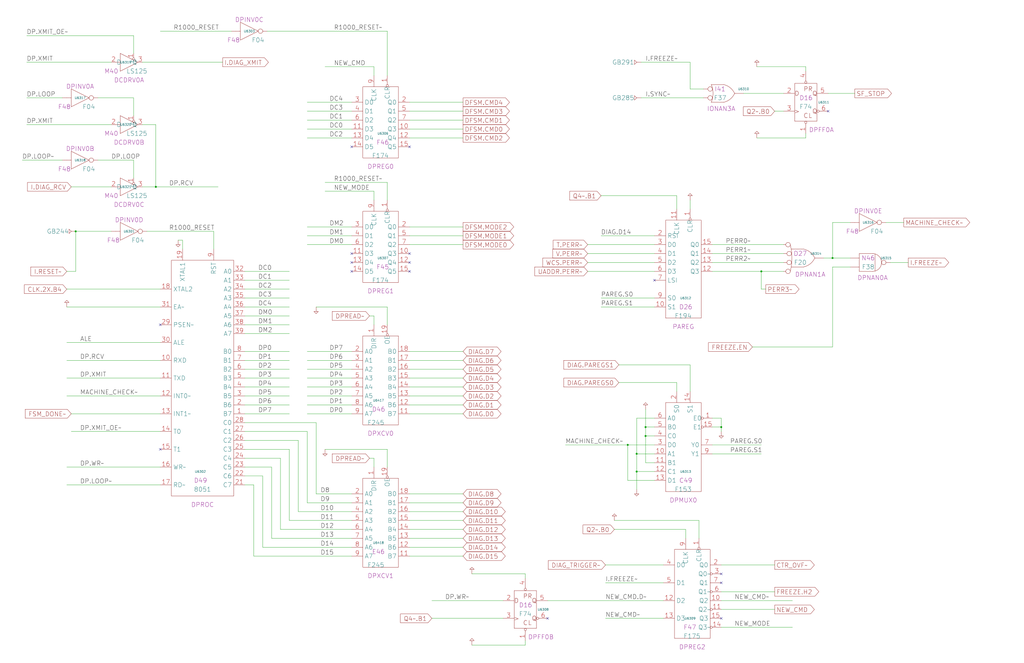
<source format=kicad_sch>
(kicad_sch (version 20230121) (generator eeschema)
  (paper "User" 584.2 378.46)
  (title_block (title "DIAGNOSTIC PROCESSOR\\n8052 INTERFACE") (date "22-SEP-90") (rev "2.0") (comment 1 "IOC") (comment 2 "232-003061") (comment 3 "S400") (comment 4 "RELEASED"))
  (lib_symbols
    (symbol "r1000:8051" (pin_names (offset 1.016))
      (property "Reference" "U" (at 2.54 5.08 0))
      (property "Value" "8051" (at -1.27 -5.08 0))
      (property "Location" "___" (at -1.27 0 0))
      (property "Name" "______" (at 3.81 -15.24 0))
      (symbol "8051_1_1"
        (pin bidirectional line (at 27.94 38.1 180) (length 6.35) (name "B7") (number "1"))
        (pin input line (at -20.32 68.58 0) (length 6.35) (name "RXD") (number "10"))
        (pin output line (at -20.32 58.42 0) (length 6.35) (name "TXD") (number "11"))
        (pin input line (at -20.32 48.26 0) (length 6.35) (name "INT0~") (number "12"))
        (pin input line (at -20.32 38.1 0) (length 6.35) (name "INT1~") (number "13"))
        (pin bidirectional line (at -20.32 27.94 0) (length 6.35) (name "T0") (number "14"))
        (pin input line (at -20.32 17.78 0) (length 6.35) (name "T1") (number "15"))
        (pin output line (at -20.32 7.62 0) (length 6.35) (name "WR~") (number "16"))
        (pin bidirectional line (at -20.32 -2.54 0) (length 6.35) (name "RD~") (number "17"))
        (pin input line (at -20.32 109.22 0) (length 6.35) (name "XTAL2") (number "18"))
        (pin input line (at -7.62 132.08 270) (length 6.35) (name "XTAL1") (number "19"))
        (pin bidirectional line (at 27.94 43.18 180) (length 6.35) (name "B6") (number "2"))
        (pin bidirectional line (at 27.94 -2.54 180) (length 6.35) (name "C7") (number "21"))
        (pin bidirectional line (at 27.94 2.54 180) (length 6.35) (name "C6") (number "22"))
        (pin bidirectional line (at 27.94 7.62 180) (length 6.35) (name "C5") (number "23"))
        (pin bidirectional line (at 27.94 12.7 180) (length 6.35) (name "C4") (number "24"))
        (pin bidirectional line (at 27.94 17.78 180) (length 6.35) (name "C3") (number "25"))
        (pin bidirectional line (at 27.94 22.86 180) (length 6.35) (name "C2") (number "26"))
        (pin bidirectional line (at 27.94 27.94 180) (length 6.35) (name "C1") (number "27"))
        (pin bidirectional line (at 27.94 33.02 180) (length 6.35) (name "C0") (number "28"))
        (pin output line (at -20.32 88.9 0) (length 6.35) (name "PSEN~") (number "29"))
        (pin bidirectional line (at 27.94 48.26 180) (length 6.35) (name "B5") (number "3"))
        (pin output line (at -20.32 78.74 0) (length 6.35) (name "ALE") (number "30"))
        (pin input line (at -20.32 99.06 0) (length 6.35) (name "EA~") (number "31"))
        (pin output line (at 27.94 119.38 180) (length 6.35) (name "A0") (number "32"))
        (pin output line (at 27.94 114.3 180) (length 6.35) (name "A1") (number "33"))
        (pin output line (at 27.94 109.22 180) (length 6.35) (name "A2") (number "34"))
        (pin output line (at 27.94 104.14 180) (length 6.35) (name "A3") (number "35"))
        (pin output line (at 27.94 99.06 180) (length 6.35) (name "A4") (number "36"))
        (pin output line (at 27.94 93.98 180) (length 6.35) (name "A5") (number "37"))
        (pin output line (at 27.94 88.9 180) (length 6.35) (name "A6") (number "38"))
        (pin output line (at 27.94 83.82 180) (length 6.35) (name "A7") (number "39"))
        (pin bidirectional line (at 27.94 53.34 180) (length 6.35) (name "B4") (number "4"))
        (pin bidirectional line (at 27.94 58.42 180) (length 6.35) (name "B3") (number "5"))
        (pin bidirectional line (at 27.94 63.5 180) (length 6.35) (name "B2") (number "6"))
        (pin bidirectional line (at 27.94 68.58 180) (length 6.35) (name "B1") (number "7"))
        (pin bidirectional line (at 27.94 73.66 180) (length 6.35) (name "B0") (number "8"))
        (pin input line (at 10.16 132.08 270) (length 6.35) (name "RST") (number "9"))
      )
    )
    (symbol "r1000:F04" (pin_numbers hide) (pin_names hide)
      (property "Reference" "U" (at 0 0 0))
      (property "Value" "F04" (at 1.27 -5.08 0))
      (property "Location" "___" (at -12.7 -5.08 0))
      (property "Name" "______" (at 0 5.08 0))
      (symbol "F04_1_1"
        (pin input line (at -10.16 0 0) (length 2.54) (name "D0") (number "1"))
        (pin output line (at 10.16 0 180) (length 2.54) (name "Q") (number "2"))
      )
    )
    (symbol "r1000:F153" (pin_names (offset 1.016))
      (property "Reference" "U" (at 2.54 5.08 0))
      (property "Value" "F153" (at -3.81 -5.08 0))
      (property "Location" "___" (at -1.27 0 0))
      (property "Name" "______" (at 1.27 -12.7 0))
      (symbol "F153_1_1"
        (pin input line (at 17.78 35.56 180) (length 5.08) (name "E0") (number "1"))
        (pin input line (at -15.24 15.24 0) (length 6.35) (name "A1") (number "10"))
        (pin input line (at -15.24 10.16 0) (length 6.35) (name "B1") (number "11"))
        (pin input line (at -15.24 5.08 0) (length 6.35) (name "C1") (number "12"))
        (pin input line (at -15.24 0 0) (length 6.35) (name "D1") (number "13"))
        (pin input line (at 5.08 50.8 270) (length 6.35) (name "S1") (number "14"))
        (pin input line (at 17.78 30.48 180) (length 5.08) (name "E1") (number "15"))
        (pin input line (at -2.54 50.8 270) (length 6.35) (name "S0") (number "2"))
        (pin input line (at -15.24 20.32 0) (length 6.35) (name "D0") (number "3"))
        (pin input line (at -15.24 25.4 0) (length 6.35) (name "C0") (number "4"))
        (pin input line (at -15.24 30.48 0) (length 6.35) (name "B0") (number "5"))
        (pin input line (at -15.24 35.56 0) (length 6.35) (name "A0") (number "6"))
        (pin output line (at 17.78 20.32 180) (length 6.35) (name "Y0") (number "7"))
        (pin output line (at 17.78 15.24 180) (length 6.35) (name "Y1") (number "9"))
      )
    )
    (symbol "r1000:F174" (pin_names (offset 1.016))
      (property "Reference" "U" (at 2.54 5.08 0))
      (property "Value" "F174" (at -3.81 -7.62 0))
      (property "Location" "___" (at -1.27 0 0))
      (property "Name" "______" (at 1.27 -15.24 0))
      (symbol "F174_1_1"
        (pin input line (at 5.08 38.1 270) (length 5.08) (name "CLR") (number "1"))
        (pin output line (at 17.78 7.62 180) (length 6.35) (name "Q3") (number "10"))
        (pin input line (at -15.24 7.62 0) (length 6.35) (name "D3") (number "11"))
        (pin output line (at 17.78 2.54 180) (length 6.35) (name "Q4") (number "12"))
        (pin input line (at -15.24 2.54 0) (length 6.35) (name "D4") (number "13"))
        (pin input line (at -15.24 -2.54 0) (length 6.35) (name "D5") (number "14"))
        (pin output line (at 17.78 -2.54 180) (length 6.35) (name "Q5") (number "15"))
        (pin output line (at 17.78 22.86 180) (length 6.35) (name "Q0") (number "2"))
        (pin input line (at -15.24 22.86 0) (length 6.35) (name "D0") (number "3"))
        (pin input line (at -15.24 17.78 0) (length 6.35) (name "D1") (number "4"))
        (pin output line (at 17.78 17.78 180) (length 6.35) (name "Q1") (number "5"))
        (pin input line (at -15.24 12.7 0) (length 6.35) (name "D2") (number "6"))
        (pin output line (at 17.78 12.7 180) (length 6.35) (name "Q2") (number "7"))
        (pin input line (at -2.54 38.1 270) (length 6.35) (name "CLK") (number "9"))
      )
    )
    (symbol "r1000:F175" (pin_names (offset 1.016))
      (property "Reference" "U" (at 2.54 5.08 0))
      (property "Value" "F175" (at -1.27 -5.08 0))
      (property "Location" "___" (at -1.27 0 0))
      (property "Name" "______" (at 3.81 -12.7 0))
      (symbol "F175_1_1"
        (pin input line (at 7.62 50.8 270) (length 5.08) (name "CLR") (number "1"))
        (pin output line (at 20.32 15.24 180) (length 6.35) (name "Q2") (number "10"))
        (pin output line (at 20.32 10.16 180) (length 5.08) (name "Q2~") (number "11"))
        (pin input line (at -12.7 15.24 0) (length 6.35) (name "D2") (number "12"))
        (pin input line (at -12.7 5.08 0) (length 6.35) (name "D3") (number "13"))
        (pin output line (at 20.32 0 180) (length 5.08) (name "Q3~") (number "14"))
        (pin output line (at 20.32 5.08 180) (length 6.35) (name "Q3") (number "15"))
        (pin output line (at 20.32 35.56 180) (length 6.35) (name "Q0") (number "2"))
        (pin output line (at 20.32 30.48 180) (length 5.08) (name "Q0~") (number "3"))
        (pin input line (at -12.7 35.56 0) (length 6.35) (name "D0") (number "4"))
        (pin input line (at -12.7 25.4 0) (length 6.35) (name "D1") (number "5"))
        (pin output line (at 20.32 20.32 180) (length 5.08) (name "Q1~") (number "6"))
        (pin output line (at 20.32 25.4 180) (length 6.35) (name "Q1") (number "7"))
        (pin input line (at 0 50.8 270) (length 6.35) (name "CLK") (number "9"))
      )
    )
    (symbol "r1000:F194" (pin_names (offset 1.016))
      (property "Reference" "U" (at 2.54 5.08 0))
      (property "Value" "F194" (at -3.81 -5.08 0))
      (property "Location" "___" (at -1.27 0 0))
      (property "Name" "______" (at 1.27 -12.7 0))
      (symbol "F194_1_1"
        (pin input line (at 5.08 55.88 270) (length 5.08) (name "CLR") (number "1"))
        (pin input line (at -15.24 0 0) (length 6.35) (name "S1") (number "10"))
        (pin input line (at -2.54 55.88 270) (length 6.35) (name "CLK") (number "11"))
        (pin output line (at 17.78 20.32 180) (length 6.35) (name "Q3") (number "12"))
        (pin output line (at 17.78 25.4 180) (length 6.35) (name "Q2") (number "13"))
        (pin output line (at 17.78 30.48 180) (length 6.35) (name "Q1") (number "14"))
        (pin output line (at 17.78 35.56 180) (length 6.35) (name "Q0") (number "15"))
        (pin input line (at -15.24 40.64 0) (length 6.35) (name "RSI") (number "2"))
        (pin input line (at -15.24 35.56 0) (length 6.35) (name "D0") (number "3"))
        (pin input line (at -15.24 30.48 0) (length 6.35) (name "D1") (number "4"))
        (pin input line (at -15.24 25.4 0) (length 6.35) (name "D2") (number "5"))
        (pin input line (at -15.24 20.32 0) (length 6.35) (name "D3") (number "6"))
        (pin input line (at -15.24 15.24 0) (length 6.35) (name "LSI") (number "7"))
        (pin input line (at -15.24 5.08 0) (length 6.35) (name "S0") (number "9"))
      )
    )
    (symbol "r1000:F20" (pin_numbers hide) (pin_names hide)
      (property "Reference" "U" (at 8.255 2.54 0))
      (property "Value" "F20" (at -0.635 -2.54 0))
      (property "Location" "___" (at -0.635 2.54 0))
      (property "Name" "______" (at 5.08 -10.795 0))
      (symbol "F20_1_1"
        (pin input line (at -10.16 7.62 0) (length 5.08) (name "D0") (number "1"))
        (pin input line (at -10.16 2.54 0) (length 5.08) (name "D1") (number "2"))
        (pin input line (at -10.16 -2.54 0) (length 5.08) (name "D2") (number "4"))
        (pin input line (at -10.16 -7.62 0) (length 5.08) (name "D3") (number "5"))
        (pin output line (at 12.7 0 180) (length 2.54) (name "Q") (number "6"))
      )
      (symbol "F20_1_2"
        (pin input line (at -10.16 7.62 0) (length 1.27) (name "D0") (number "1"))
        (pin input line (at -10.16 2.54 0) (length 1.905) (name "D1") (number "2"))
        (pin input line (at -10.16 -2.54 0) (length 1.905) (name "D2") (number "4"))
        (pin input line (at -10.16 -7.62 0) (length 1.27) (name "D3") (number "5"))
        (pin output line (at 12.7 0 180) (length 5.08) (name "Q") (number "6"))
      )
    )
    (symbol "r1000:F245" (pin_names (offset 1.016))
      (property "Reference" "U" (at 2.54 5.08 0))
      (property "Value" "F245" (at -3.81 -7.62 0))
      (property "Location" "___" (at -1.27 0 0))
      (property "Name" "______" (at 3.81 -15.24 0))
      (symbol "F245_1_1"
        (pin input line (at 0 48.26 270) (length 6.35) (name "DIR") (number "1"))
        (pin bidirectional line (at 20.32 -2.54 180) (length 6.35) (name "B7") (number "11"))
        (pin bidirectional line (at 20.32 2.54 180) (length 6.35) (name "B6") (number "12"))
        (pin bidirectional line (at 20.32 7.62 180) (length 6.35) (name "B5") (number "13"))
        (pin bidirectional line (at 20.32 12.7 180) (length 6.35) (name "B4") (number "14"))
        (pin bidirectional line (at 20.32 17.78 180) (length 6.35) (name "B3") (number "15"))
        (pin bidirectional line (at 20.32 22.86 180) (length 6.35) (name "B2") (number "16"))
        (pin bidirectional line (at 20.32 27.94 180) (length 6.35) (name "B1") (number "17"))
        (pin bidirectional line (at 20.32 33.02 180) (length 6.35) (name "B0") (number "18"))
        (pin input line (at 7.62 48.26 270) (length 5.08) (name "OE") (number "19"))
        (pin bidirectional line (at -12.7 33.02 0) (length 6.35) (name "A0") (number "2"))
        (pin bidirectional line (at -12.7 27.94 0) (length 6.35) (name "A1") (number "3"))
        (pin bidirectional line (at -12.7 22.86 0) (length 6.35) (name "A2") (number "4"))
        (pin bidirectional line (at -12.7 17.78 0) (length 6.35) (name "A3") (number "5"))
        (pin bidirectional line (at -12.7 12.7 0) (length 6.35) (name "A4") (number "6"))
        (pin bidirectional line (at -12.7 7.62 0) (length 6.35) (name "A5") (number "7"))
        (pin bidirectional line (at -12.7 2.54 0) (length 6.35) (name "A6") (number "8"))
        (pin bidirectional line (at -12.7 -2.54 0) (length 6.35) (name "A7") (number "9"))
      )
    )
    (symbol "r1000:F37" (pin_numbers hide) (pin_names (offset 0) hide)
      (property "Reference" "U" (at 15.24 0 0))
      (property "Value" "F37" (at 1.905 -5.08 0))
      (property "Location" "___" (at 1.905 0 0))
      (property "Name" "______" (at 2.54 -12.7 0))
      (symbol "F37_1_1"
        (pin input line (at -7.62 0 0) (length 5.08) (name "D0") (number "1"))
        (pin input line (at -7.62 -5.08 0) (length 5.08) (name "D1") (number "2"))
        (pin output line (at 15.24 -2.54 180) (length 2.54) (name "Q") (number "3"))
      )
      (symbol "F37_1_2"
        (pin input line (at -7.62 0 0) (length 2.54) (name "D0") (number "1"))
        (pin input line (at -7.62 -5.08 0) (length 2.54) (name "D1") (number "2"))
        (pin output line (at 15.24 -2.54 180) (length 5.08) (name "Q") (number "3"))
      )
    )
    (symbol "r1000:F38" (pin_numbers hide) (pin_names hide)
      (property "Reference" "U" (at 12.7 2.54 0))
      (property "Value" "F38" (at 2.54 -2.54 0))
      (property "Location" "___" (at 2.54 2.54 0))
      (property "Name" "______" (at 5.08 -10.16 0))
      (symbol "F38_1_1"
        (pin input line (at -7.62 2.54 0) (length 5.08) (name "D0") (number "1"))
        (pin input line (at -7.62 -2.54 0) (length 5.08) (name "D1") (number "2"))
        (pin open_collector line (at 15.24 0 180) (length 2.54) (name "Q") (number "3"))
      )
      (symbol "F38_1_2"
        (pin input line (at -7.62 2.54 0) (length 2.54) (name "D0") (number "1"))
        (pin input line (at -7.62 -2.54 0) (length 2.54) (name "D1") (number "2"))
        (pin open_collector line (at 15.24 0 180) (length 5.08) (name "Q") (number "3"))
      )
    )
    (symbol "r1000:F74" (pin_names (offset 1.016) hide)
      (property "Reference" "U" (at 12.7 -2.54 0))
      (property "Value" "F74" (at -1.27 -5.08 0))
      (property "Location" "___" (at -1.27 0 0))
      (property "Name" "______" (at 11.43 -19.685 0))
      (symbol "F74_1_1"
        (text ">" (at -2.54 -7.62 0) (effects (font (size 2.54 2.54))))
        (text "C" (at 2.54 -10.16 0) (effects (font (size 2.54 2.54))))
        (text "D" (at -2.54 2.54 0) (effects (font (size 2.54 2.54))))
        (text "L" (at 5.08 -10.16 0) (effects (font (size 2.54 2.54))))
        (text "P" (at 2.54 5.08 0) (effects (font (size 2.54 2.54))))
        (text "Q" (at 7.62 -7.62 0) (effects (font (size 2.54 2.54))))
        (text "Q" (at 7.62 2.54 0) (effects (font (size 2.54 2.54))))
        (text "R" (at 5.08 5.08 0) (effects (font (size 2.54 2.54))))
        (pin input line (at 2.54 -20.32 90) (length 5.08) (name "CL_") (number "1"))
        (pin input line (at -10.16 2.54 0) (length 6.35) (name "D") (number "2"))
        (pin input line (at -10.16 -7.62 0) (length 6.35) (name "CLK") (number "3"))
        (pin input line (at 2.54 15.24 270) (length 5.08) (name "PR_") (number "4"))
        (pin output line (at 15.24 2.54 180) (length 6.35) (name "Q") (number "5"))
        (pin output line (at 15.24 -7.62 180) (length 5.08) (name "Q_") (number "6"))
      )
    )
    (symbol "r1000:GB" (pin_numbers hide) (pin_names (offset 0) hide)
      (property "Reference" "GB" (at 3.81 0 0))
      (symbol "GB_1_1"
        (pin bidirectional line (at 0 0 0) (length 2.54) (name "") (number "1"))
      )
    )
    (symbol "r1000:LS125"
      (property "Reference" "U" (at 0.635 0 0))
      (property "Value" "LS125" (at 6.985 -5.08 0))
      (property "Location" "___" (at -7.62 -5.08 0))
      (property "Name" "______" (at 2.54 -10.16 0))
      (symbol "LS125_1_1"
        (pin input line (at 5.08 5.08 270) (length 2.54) (name "E") (number "1"))
        (pin input line (at -7.62 0 0) (length 2.54) (name "D") (number "2"))
        (pin tri_state line (at 10.16 0 180) (length 2.54) (name "Q") (number "3"))
      )
    )
    (symbol "r1000:PD" (power) (pin_numbers hide) (pin_names hide) (in_bom no)
      (symbol "PD_1_1"
        (pin power_in line (at 0 0 270) (length 2.54) (name "PD") (number "1"))
      )
    )
    (symbol "r1000:PU" (power) (pin_numbers hide) (pin_names hide)
      (symbol "PU_1_1"
        (pin power_in line (at 0 0 90) (length 2.54) (name "PU") (number "1"))
      )
    )
  )
  (junction (at 474.98 147.32))
  (junction (at 434.34 154.94))
  (junction (at 363.22 269.24))
  (junction (at 411.48 243.84))
  (junction (at 368.3 243.84))
  (junction (at 363.22 259.08))
  (junction (at 88.9 106.68))
  (junction (at 43.18 132.08))
  (junction (at 368.3 248.92))
  (junction (at 358.14 254))
  (no_connect (at 233.68 149.86))
  (no_connect (at 233.68 83.82))
  (no_connect (at 200.66 149.86))
  (no_connect (at 200.66 144.78))
  (no_connect (at 200.66 154.94))
  (no_connect (at 91.44 185.42))
  (no_connect (at 411.48 332.74))
  (no_connect (at 312.42 353.06))
  (no_connect (at 411.48 327.66))
  (no_connect (at 472.44 63.5))
  (no_connect (at 411.48 353.06))
  (no_connect (at 233.68 144.78))
  (no_connect (at 200.66 83.82))
  (no_connect (at 233.68 154.94))
  (no_connect (at 91.44 256.54))
  (no_connect (at 373.38 160.02))
  (wire (pts (xy 233.68 287.02) (xy 264.16 287.02)))
  (wire (pts (xy 431.8 38.1) (xy 459.74 38.1)))
  (wire (pts (xy 152.4 17.78) (xy 220.98 17.78)))
  (wire (pts (xy 15.24 55.88) (xy 35.56 55.88)))
  (wire (pts (xy 368.3 243.84) (xy 368.3 233.68)))
  (wire (pts (xy 185.42 104.14) (xy 220.98 104.14)))
  (wire (pts (xy 213.36 261.62) (xy 213.36 266.7)))
  (wire (pts (xy 139.7 200.66) (xy 165.1 200.66)))
  (wire (pts (xy 233.68 231.14) (xy 264.16 231.14)))
  (wire (pts (xy 459.74 38.1) (xy 459.74 40.64)))
  (wire (pts (xy 342.9 175.26) (xy 373.38 175.26)))
  (wire (pts (xy 233.68 63.5) (xy 264.16 63.5)))
  (wire (pts (xy 149.86 271.78) (xy 149.86 312.42)))
  (wire (pts (xy 406.4 243.84) (xy 411.48 243.84)))
  (wire (pts (xy 76.2 20.32) (xy 76.2 30.48)))
  (wire (pts (xy 411.48 243.84) (xy 411.48 238.76)))
  (wire (pts (xy 165.1 256.54) (xy 165.1 297.18)))
  (wire (pts (xy 139.7 170.18) (xy 165.1 170.18)))
  (wire (pts (xy 335.28 154.94) (xy 373.38 154.94)))
  (wire (pts (xy 180.34 175.26) (xy 220.98 175.26)))
  (wire (pts (xy 91.44 17.78) (xy 132.08 17.78)))
  (wire (pts (xy 233.68 129.54) (xy 264.16 129.54)))
  (wire (pts (xy 175.26 200.66) (xy 200.66 200.66)))
  (wire (pts (xy 38.1 266.7) (xy 91.44 266.7)))
  (wire (pts (xy 139.7 190.5) (xy 165.1 190.5)))
  (wire (pts (xy 101.6 137.16) (xy 104.14 137.16)))
  (wire (pts (xy 175.26 129.54) (xy 200.66 129.54)))
  (wire (pts (xy 175.26 78.74) (xy 200.66 78.74)))
  (wire (pts (xy 175.26 58.42) (xy 200.66 58.42)))
  (wire (pts (xy 38.1 276.86) (xy 91.44 276.86)))
  (wire (pts (xy 345.44 332.74) (xy 378.46 332.74)))
  (wire (pts (xy 139.7 154.94) (xy 165.1 154.94)))
  (wire (pts (xy 363.22 259.08) (xy 373.38 259.08)))
  (wire (pts (xy 312.42 342.9) (xy 378.46 342.9)))
  (wire (pts (xy 233.68 292.1) (xy 264.16 292.1)))
  (wire (pts (xy 358.14 254) (xy 373.38 254)))
  (wire (pts (xy 345.44 322.58) (xy 378.46 322.58)))
  (wire (pts (xy 15.24 20.32) (xy 76.2 20.32)))
  (wire (pts (xy 175.26 246.38) (xy 175.26 287.02)))
  (wire (pts (xy 373.38 274.32) (xy 358.14 274.32)))
  (wire (pts (xy 38.1 205.74) (xy 91.44 205.74)))
  (wire (pts (xy 139.7 160.02) (xy 165.1 160.02)))
  (wire (pts (xy 55.88 91.44) (xy 76.2 91.44)))
  (wire (pts (xy 505.46 127) (xy 515.62 127)))
  (wire (pts (xy 368.3 243.84) (xy 373.38 243.84)))
  (wire (pts (xy 411.48 337.82) (xy 441.96 337.82)))
  (wire (pts (xy 38.1 175.26) (xy 91.44 175.26)))
  (wire (pts (xy 139.7 251.46) (xy 170.18 251.46)))
  (wire (pts (xy 154.94 307.34) (xy 200.66 307.34)))
  (wire (pts (xy 434.34 154.94) (xy 447.04 154.94)))
  (wire (pts (xy 411.48 322.58) (xy 441.96 322.58)))
  (wire (pts (xy 81.28 71.12) (xy 88.9 71.12)))
  (wire (pts (xy 322.58 254) (xy 358.14 254)))
  (wire (pts (xy 434.34 165.1) (xy 434.34 154.94)))
  (wire (pts (xy 139.7 241.3) (xy 180.34 241.3)))
  (wire (pts (xy 342.9 170.18) (xy 373.38 170.18)))
  (wire (pts (xy 76.2 91.44) (xy 76.2 101.6)))
  (wire (pts (xy 406.4 259.08) (xy 434.34 259.08)))
  (wire (pts (xy 144.78 317.5) (xy 200.66 317.5)))
  (wire (pts (xy 40.64 236.22) (xy 91.44 236.22)))
  (wire (pts (xy 411.48 238.76) (xy 406.4 238.76)))
  (wire (pts (xy 365.76 35.56) (xy 393.7 35.56)))
  (wire (pts (xy 12.7 91.44) (xy 35.56 91.44)))
  (wire (pts (xy 485.14 152.4) (xy 474.98 152.4)))
  (wire (pts (xy 38.1 154.94) (xy 43.18 154.94)))
  (wire (pts (xy 121.92 132.08) (xy 121.92 142.24)))
  (wire (pts (xy 88.9 106.68) (xy 124.46 106.68)))
  (wire (pts (xy 393.7 50.8) (xy 401.32 50.8)))
  (wire (pts (xy 363.22 238.76) (xy 363.22 259.08)))
  (wire (pts (xy 233.68 226.06) (xy 264.16 226.06)))
  (wire (pts (xy 233.68 58.42) (xy 264.16 58.42)))
  (wire (pts (xy 180.34 281.94) (xy 200.66 281.94)))
  (wire (pts (xy 485.14 127) (xy 474.98 127)))
  (wire (pts (xy 233.68 281.94) (xy 264.16 281.94)))
  (wire (pts (xy 363.22 259.08) (xy 363.22 269.24)))
  (wire (pts (xy 180.34 241.3) (xy 180.34 281.94)))
  (wire (pts (xy 233.68 302.26) (xy 264.16 302.26)))
  (wire (pts (xy 175.26 226.06) (xy 200.66 226.06)))
  (wire (pts (xy 175.26 215.9) (xy 200.66 215.9)))
  (wire (pts (xy 139.7 246.38) (xy 175.26 246.38)))
  (wire (pts (xy 76.2 55.88) (xy 76.2 66.04)))
  (wire (pts (xy 350.52 302.26) (xy 391.16 302.26)))
  (wire (pts (xy 406.4 254) (xy 434.34 254)))
  (wire (pts (xy 269.24 368.3) (xy 299.72 368.3)))
  (wire (pts (xy 406.4 139.7) (xy 447.04 139.7)))
  (wire (pts (xy 472.44 53.34) (xy 487.68 53.34)))
  (wire (pts (xy 139.7 271.78) (xy 149.86 271.78)))
  (wire (pts (xy 431.8 78.74) (xy 459.74 78.74)))
  (wire (pts (xy 160.02 261.62) (xy 160.02 302.26)))
  (wire (pts (xy 40.64 106.68) (xy 63.5 106.68)))
  (wire (pts (xy 170.18 292.1) (xy 200.66 292.1)))
  (wire (pts (xy 81.28 106.68) (xy 88.9 106.68)))
  (wire (pts (xy 459.74 78.74) (xy 459.74 76.2)))
  (wire (pts (xy 88.9 71.12) (xy 88.9 106.68)))
  (wire (pts (xy 38.1 226.06) (xy 91.44 226.06)))
  (wire (pts (xy 175.26 134.62) (xy 200.66 134.62)))
  (wire (pts (xy 175.26 73.66) (xy 200.66 73.66)))
  (wire (pts (xy 210.82 180.34) (xy 213.36 180.34)))
  (wire (pts (xy 220.98 256.54) (xy 220.98 266.7)))
  (wire (pts (xy 160.02 302.26) (xy 200.66 302.26)))
  (wire (pts (xy 185.42 256.54) (xy 220.98 256.54)))
  (wire (pts (xy 335.28 139.7) (xy 373.38 139.7)))
  (wire (pts (xy 15.24 35.56) (xy 63.5 35.56)))
  (wire (pts (xy 175.26 210.82) (xy 200.66 210.82)))
  (wire (pts (xy 474.98 147.32) (xy 485.14 147.32)))
  (wire (pts (xy 299.72 327.66) (xy 299.72 330.2)))
  (wire (pts (xy 368.3 248.92) (xy 373.38 248.92)))
  (wire (pts (xy 368.3 248.92) (xy 368.3 243.84)))
  (wire (pts (xy 220.98 17.78) (xy 220.98 43.18)))
  (wire (pts (xy 55.88 55.88) (xy 76.2 55.88)))
  (wire (pts (xy 358.14 274.32) (xy 358.14 254)))
  (wire (pts (xy 386.08 119.38) (xy 386.08 111.76)))
  (wire (pts (xy 393.7 208.28) (xy 353.06 208.28)))
  (wire (pts (xy 139.7 165.1) (xy 165.1 165.1)))
  (wire (pts (xy 345.44 353.06) (xy 378.46 353.06)))
  (wire (pts (xy 38.1 165.1) (xy 91.44 165.1)))
  (wire (pts (xy 233.68 317.5) (xy 264.16 317.5)))
  (wire (pts (xy 474.98 127) (xy 474.98 147.32)))
  (wire (pts (xy 335.28 144.78) (xy 373.38 144.78)))
  (wire (pts (xy 170.18 251.46) (xy 170.18 292.1)))
  (wire (pts (xy 474.98 152.4) (xy 474.98 198.12)))
  (wire (pts (xy 353.06 218.44) (xy 386.08 218.44)))
  (wire (pts (xy 81.28 35.56) (xy 127 35.56)))
  (wire (pts (xy 38.1 195.58) (xy 91.44 195.58)))
  (wire (pts (xy 469.9 147.32) (xy 474.98 147.32)))
  (wire (pts (xy 508 149.86) (xy 518.16 149.86)))
  (wire (pts (xy 175.26 205.74) (xy 200.66 205.74)))
  (wire (pts (xy 139.7 205.74) (xy 165.1 205.74)))
  (wire (pts (xy 175.26 220.98) (xy 200.66 220.98)))
  (wire (pts (xy 342.9 134.62) (xy 373.38 134.62)))
  (wire (pts (xy 368.3 264.16) (xy 368.3 248.92)))
  (wire (pts (xy 175.26 231.14) (xy 200.66 231.14)))
  (wire (pts (xy 411.48 347.98) (xy 441.96 347.98)))
  (wire (pts (xy 474.98 198.12) (xy 429.26 198.12)))
  (wire (pts (xy 139.7 256.54) (xy 165.1 256.54)))
  (wire (pts (xy 406.4 154.94) (xy 434.34 154.94)))
  (wire (pts (xy 144.78 276.86) (xy 144.78 317.5)))
  (wire (pts (xy 246.38 342.9) (xy 287.02 342.9)))
  (wire (pts (xy 411.48 342.9) (xy 452.12 342.9)))
  (wire (pts (xy 233.68 307.34) (xy 264.16 307.34)))
  (wire (pts (xy 220.98 185.42) (xy 220.98 175.26)))
  (wire (pts (xy 175.26 139.7) (xy 200.66 139.7)))
  (wire (pts (xy 373.38 264.16) (xy 368.3 264.16)))
  (wire (pts (xy 213.36 38.1) (xy 213.36 43.18)))
  (wire (pts (xy 139.7 226.06) (xy 165.1 226.06)))
  (wire (pts (xy 233.68 78.74) (xy 264.16 78.74)))
  (wire (pts (xy 38.1 215.9) (xy 91.44 215.9)))
  (wire (pts (xy 139.7 185.42) (xy 165.1 185.42)))
  (wire (pts (xy 185.42 109.22) (xy 213.36 109.22)))
  (wire (pts (xy 233.68 73.66) (xy 264.16 73.66)))
  (wire (pts (xy 83.82 132.08) (xy 121.92 132.08)))
  (wire (pts (xy 233.68 220.98) (xy 264.16 220.98)))
  (wire (pts (xy 391.16 302.26) (xy 391.16 307.34)))
  (wire (pts (xy 246.38 353.06) (xy 287.02 353.06)))
  (wire (pts (xy 424.18 53.34) (xy 447.04 53.34)))
  (wire (pts (xy 139.7 236.22) (xy 165.1 236.22)))
  (wire (pts (xy 43.18 132.08) (xy 63.5 132.08)))
  (wire (pts (xy 233.68 312.42) (xy 264.16 312.42)))
  (wire (pts (xy 139.7 220.98) (xy 165.1 220.98)))
  (wire (pts (xy 393.7 35.56) (xy 393.7 50.8)))
  (wire (pts (xy 139.7 215.9) (xy 165.1 215.9)))
  (wire (pts (xy 335.28 149.86) (xy 373.38 149.86)))
  (wire (pts (xy 393.7 223.52) (xy 393.7 208.28)))
  (wire (pts (xy 436.88 165.1) (xy 434.34 165.1)))
  (wire (pts (xy 104.14 137.16) (xy 104.14 142.24)))
  (wire (pts (xy 233.68 200.66) (xy 264.16 200.66)))
  (wire (pts (xy 175.26 68.58) (xy 200.66 68.58)))
  (wire (pts (xy 363.22 269.24) (xy 373.38 269.24)))
  (wire (pts (xy 15.24 71.12) (xy 63.5 71.12)))
  (wire (pts (xy 233.68 297.18) (xy 264.16 297.18)))
  (wire (pts (xy 406.4 149.86) (xy 447.04 149.86)))
  (wire (pts (xy 363.22 269.24) (xy 363.22 279.4)))
  (wire (pts (xy 139.7 175.26) (xy 165.1 175.26)))
  (wire (pts (xy 233.68 236.22) (xy 264.16 236.22)))
  (wire (pts (xy 139.7 231.14) (xy 165.1 231.14)))
  (wire (pts (xy 139.7 261.62) (xy 160.02 261.62)))
  (wire (pts (xy 175.26 63.5) (xy 200.66 63.5)))
  (wire (pts (xy 213.36 180.34) (xy 213.36 185.42)))
  (wire (pts (xy 139.7 210.82) (xy 165.1 210.82)))
  (wire (pts (xy 441.96 63.5) (xy 447.04 63.5)))
  (wire (pts (xy 149.86 312.42) (xy 200.66 312.42)))
  (wire (pts (xy 233.68 205.74) (xy 264.16 205.74)))
  (wire (pts (xy 139.7 180.34) (xy 165.1 180.34)))
  (wire (pts (xy 233.68 139.7) (xy 264.16 139.7)))
  (wire (pts (xy 139.7 266.7) (xy 154.94 266.7)))
  (wire (pts (xy 393.7 114.3) (xy 393.7 119.38)))
  (wire (pts (xy 233.68 210.82) (xy 264.16 210.82)))
  (wire (pts (xy 220.98 104.14) (xy 220.98 114.3)))
  (wire (pts (xy 175.26 236.22) (xy 200.66 236.22)))
  (wire (pts (xy 350.52 297.18) (xy 398.78 297.18)))
  (wire (pts (xy 411.48 243.84) (xy 411.48 246.38)))
  (wire (pts (xy 233.68 134.62) (xy 264.16 134.62)))
  (wire (pts (xy 406.4 144.78) (xy 447.04 144.78)))
  (wire (pts (xy 43.18 154.94) (xy 43.18 132.08)))
  (wire (pts (xy 386.08 223.52) (xy 386.08 218.44)))
  (wire (pts (xy 233.68 215.9) (xy 264.16 215.9)))
  (wire (pts (xy 213.36 109.22) (xy 213.36 114.3)))
  (wire (pts (xy 154.94 266.7) (xy 154.94 307.34)))
  (wire (pts (xy 233.68 68.58) (xy 264.16 68.58)))
  (wire (pts (xy 365.76 55.88) (xy 401.32 55.88)))
  (wire (pts (xy 40.64 246.38) (xy 91.44 246.38)))
  (wire (pts (xy 175.26 287.02) (xy 200.66 287.02)))
  (wire (pts (xy 373.38 238.76) (xy 363.22 238.76)))
  (wire (pts (xy 165.1 297.18) (xy 200.66 297.18)))
  (wire (pts (xy 299.72 368.3) (xy 299.72 365.76)))
  (wire (pts (xy 139.7 276.86) (xy 144.78 276.86)))
  (wire (pts (xy 398.78 297.18) (xy 398.78 307.34)))
  (wire (pts (xy 411.48 358.14) (xy 452.12 358.14)))
  (wire (pts (xy 210.82 261.62) (xy 213.36 261.62)))
  (wire (pts (xy 342.9 111.76) (xy 386.08 111.76)))
  (wire (pts (xy 185.42 38.1) (xy 213.36 38.1)))
  (wire (pts (xy 269.24 327.66) (xy 299.72 327.66)))
  (label "DC4" (at 147.32 175.26 0) (effects (font (size 2.54 2.54))))
  (label "D9" (at 182.88 287.02 0) (effects (font (size 2.54 2.54))))
  (label "PERR2~" (at 414.02 149.86 0) (effects (font (size 2.54 2.54))))
  (label "DP4" (at 147.32 220.98 0) (effects (font (size 2.54 2.54))))
  (label "I.FREEZE~" (at 345.44 332.74 0) (effects (font (size 2.54 2.54))))
  (label "DC2" (at 187.96 78.74 0) (effects (font (size 2.54 2.54))))
  (label "DM2" (at 187.96 129.54 0) (effects (font (size 2.54 2.54))))
  (label "DP.LOOP" (at 63.5 91.44 0) (effects (font (size 2.54 2.54))))
  (label "PERR1~" (at 414.02 144.78 0) (effects (font (size 2.54 2.54))))
  (label "DP.XMIT" (at 45.72 215.9 0) (effects (font (size 2.54 2.54))))
  (label "DP0" (at 187.96 236.22 0) (effects (font (size 2.54 2.54))))
  (label "D11" (at 182.88 297.18 0) (effects (font (size 2.54 2.54))))
  (label "DP5" (at 187.96 210.82 0) (effects (font (size 2.54 2.54))))
  (label "DP.WR~" (at 45.72 266.7 0) (effects (font (size 2.54 2.54))))
  (label "R1000_RESET" (at 96.52 132.08 0) (effects (font (size 2.54 2.54))))
  (label "PAREG.S1" (at 342.9 175.26 0) (effects (font (size 2.54 2.54))))
  (label "DIAG.D14" (at 342.9 134.62 0) (effects (font (size 2.54 2.54))))
  (label "DP.WR~" (at 254 342.9 0) (effects (font (size 2.54 2.54))))
  (label "DP.RCV" (at 96.52 106.68 0) (effects (font (size 2.54 2.54))))
  (label "PERR0~" (at 414.02 139.7 0) (effects (font (size 2.54 2.54))))
  (label "DP3" (at 147.32 215.9 0) (effects (font (size 2.54 2.54))))
  (label "D15" (at 182.88 317.5 0) (effects (font (size 2.54 2.54))))
  (label "NEW_CMD.D~" (at 345.44 342.9 0) (effects (font (size 2.54 2.54))))
  (label "DC3" (at 187.96 63.5 0) (effects (font (size 2.54 2.54))))
  (label "DP5" (at 147.32 226.06 0) (effects (font (size 2.54 2.54))))
  (label "D13" (at 182.88 307.34 0) (effects (font (size 2.54 2.54))))
  (label "DM1" (at 187.96 134.62 0) (effects (font (size 2.54 2.54))))
  (label "DP6" (at 147.32 231.14 0) (effects (font (size 2.54 2.54))))
  (label "ALE" (at 45.72 195.58 0) (effects (font (size 2.54 2.54))))
  (label "DP1" (at 187.96 231.14 0) (effects (font (size 2.54 2.54))))
  (label "NEW_CMD~" (at 419.1 342.9 0) (effects (font (size 2.54 2.54))))
  (label "DM0" (at 147.32 180.34 0) (effects (font (size 2.54 2.54))))
  (label "DP7" (at 187.96 200.66 0) (effects (font (size 2.54 2.54))))
  (label "I.FREEZE~" (at 368.3 35.56 0) (effects (font (size 2.54 2.54))))
  (label "DP.LOOP~" (at 12.7 91.44 0) (effects (font (size 2.54 2.54))))
  (label "DP7" (at 147.32 236.22 0) (effects (font (size 2.54 2.54))))
  (label "DC1" (at 187.96 68.58 0) (effects (font (size 2.54 2.54))))
  (label "D8" (at 182.88 281.94 0) (effects (font (size 2.54 2.54))))
  (label "DC1" (at 147.32 160.02 0) (effects (font (size 2.54 2.54))))
  (label "DP1" (at 147.32 205.74 0) (effects (font (size 2.54 2.54))))
  (label "DM0" (at 187.96 139.7 0) (effects (font (size 2.54 2.54))))
  (label "PAREG.S0" (at 416.56 254 0) (effects (font (size 2.54 2.54))))
  (label "DC4" (at 187.96 58.42 0) (effects (font (size 2.54 2.54))))
  (label "NEW_MODE" (at 419.1 358.14 0) (effects (font (size 2.54 2.54))))
  (label "R1000_RESET~" (at 190.5 104.14 0) (effects (font (size 2.54 2.54))))
  (label "NEW_CMD" (at 190.5 38.1 0) (effects (font (size 2.54 2.54))))
  (label "MACHINE_CHECK~" (at 45.72 226.06 0) (effects (font (size 2.54 2.54))))
  (label "DC3" (at 147.32 170.18 0) (effects (font (size 2.54 2.54))))
  (label "DM2" (at 147.32 190.5 0) (effects (font (size 2.54 2.54))))
  (label "DP6" (at 187.96 205.74 0) (effects (font (size 2.54 2.54))))
  (label "I.SYNC~" (at 368.3 55.88 0) (effects (font (size 2.54 2.54))))
  (label "MACHINE_CHECK~" (at 322.58 254 0) (effects (font (size 2.54 2.54))))
  (label "DP2" (at 147.32 210.82 0) (effects (font (size 2.54 2.54))))
  (label "DC0" (at 147.32 154.94 0) (effects (font (size 2.54 2.54))))
  (label "D14" (at 182.88 312.42 0) (effects (font (size 2.54 2.54))))
  (label "DP.LOOP" (at 15.24 55.88 0) (effects (font (size 2.54 2.54))))
  (label "DP.XMIT" (at 15.24 35.56 0) (effects (font (size 2.54 2.54))))
  (label "NEW_CMD~" (at 345.44 353.06 0) (effects (font (size 2.54 2.54))))
  (label "DP.LOOP~" (at 45.72 276.86 0) (effects (font (size 2.54 2.54))))
  (label "R1000_RESET~" (at 190.5 17.78 0) (effects (font (size 2.54 2.54))))
  (label "DC2" (at 147.32 165.1 0) (effects (font (size 2.54 2.54))))
  (label "DP.XMIT_OE~" (at 15.24 20.32 0) (effects (font (size 2.54 2.54))))
  (label "DP2" (at 187.96 226.06 0) (effects (font (size 2.54 2.54))))
  (label "DP0" (at 147.32 200.66 0) (effects (font (size 2.54 2.54))))
  (label "DP4" (at 187.96 215.9 0) (effects (font (size 2.54 2.54))))
  (label "D12" (at 182.88 302.26 0) (effects (font (size 2.54 2.54))))
  (label "DP.XMIT" (at 15.24 71.12 0) (effects (font (size 2.54 2.54))))
  (label "PAREG.S0" (at 342.9 170.18 0) (effects (font (size 2.54 2.54))))
  (label "DM1" (at 147.32 185.42 0) (effects (font (size 2.54 2.54))))
  (label "DC0" (at 187.96 73.66 0) (effects (font (size 2.54 2.54))))
  (label "NEW_MODE" (at 190.5 109.22 0) (effects (font (size 2.54 2.54))))
  (label "DP.RCV" (at 45.72 205.74 0) (effects (font (size 2.54 2.54))))
  (label "R1000_RESET" (at 99.06 17.78 0) (effects (font (size 2.54 2.54))))
  (label "D10" (at 182.88 292.1 0) (effects (font (size 2.54 2.54))))
  (label "DP3" (at 187.96 220.98 0) (effects (font (size 2.54 2.54))))
  (label "PAREG.S1" (at 416.56 259.08 0) (effects (font (size 2.54 2.54))))
  (label "DP.XMIT_OE~" (at 45.72 246.38 0) (effects (font (size 2.54 2.54))))
  (global_label "FREEZE.EN" (shape input) (at 429.26 198.12 180) (effects (font (size 2.54 2.54))) (property "Intersheetrefs" "${INTERSHEET_REFS}" (at 404.235 197.9613 0) (effects (font (size 1.905 1.905)) (justify right))))
  (global_label "DIAG.D3" (shape bidirectional) (at 264.16 220.98 0) (effects (font (size 2.54 2.54))) (property "Intersheetrefs" "${INTERSHEET_REFS}" (at 284.0022 220.8213 0) (effects (font (size 1.905 1.905)) (justify left))))
  (global_label "Q2~.B0" (shape input) (at 441.96 63.5 180) (effects (font (size 2.54 2.54))) (property "Intersheetrefs" "${INTERSHEET_REFS}" (at 424.0711 63.3413 0) (effects (font (size 1.905 1.905)) (justify right))))
  (global_label "DIAG.D11" (shape bidirectional) (at 264.16 297.18 0) (effects (font (size 2.54 2.54))) (property "Intersheetrefs" "${INTERSHEET_REFS}" (at 284.0022 297.0213 0) (effects (font (size 1.905 1.905)) (justify left))))
  (global_label "DIAG.D0" (shape bidirectional) (at 264.16 236.22 0) (effects (font (size 2.54 2.54))) (property "Intersheetrefs" "${INTERSHEET_REFS}" (at 284.0022 236.0613 0) (effects (font (size 1.905 1.905)) (justify left))))
  (global_label "UADDR.PERR~" (shape input) (at 335.28 154.94 180) (effects (font (size 2.54 2.54))) (property "Intersheetrefs" "${INTERSHEET_REFS}" (at 305.054 154.7813 0) (effects (font (size 1.905 1.905)) (justify right))))
  (global_label "DIAG.D9" (shape bidirectional) (at 264.16 287.02 0) (effects (font (size 2.54 2.54))) (property "Intersheetrefs" "${INTERSHEET_REFS}" (at 284.0022 286.8613 0) (effects (font (size 1.905 1.905)) (justify left))))
  (global_label "DIAG.D10" (shape bidirectional) (at 264.16 292.1 0) (effects (font (size 2.54 2.54))) (property "Intersheetrefs" "${INTERSHEET_REFS}" (at 284.0022 291.9413 0) (effects (font (size 1.905 1.905)) (justify left))))
  (global_label "DFSM.CMD3" (shape output) (at 264.16 63.5 0) (effects (font (size 2.54 2.54))) (property "Intersheetrefs" "${INTERSHEET_REFS}" (at 290.6365 63.3413 0) (effects (font (size 1.905 1.905)) (justify left))))
  (global_label "CLK.2X.B4" (shape input) (at 38.1 165.1 180) (effects (font (size 2.54 2.54))) (property "Intersheetrefs" "${INTERSHEET_REFS}" (at 13.9216 164.9413 0) (effects (font (size 1.905 1.905)) (justify right))))
  (global_label "V.PERR~" (shape input) (at 335.28 144.78 180) (effects (font (size 2.54 2.54))) (property "Intersheetrefs" "${INTERSHEET_REFS}" (at 315.335 144.6213 0) (effects (font (size 1.905 1.905)) (justify right))))
  (global_label "Q4~.B1" (shape input) (at 246.38 353.06 180) (effects (font (size 2.54 2.54))) (property "Intersheetrefs" "${INTERSHEET_REFS}" (at 228.4911 352.9013 0) (effects (font (size 1.905 1.905)) (justify right))))
  (global_label "Q4~.B1" (shape input) (at 342.9 111.76 180) (effects (font (size 2.54 2.54))) (property "Intersheetrefs" "${INTERSHEET_REFS}" (at 325.0111 111.6013 0) (effects (font (size 1.905 1.905)) (justify right))))
  (global_label "I.DIAG_XMIT" (shape output) (at 127 35.56 0) (effects (font (size 2.54 2.54))) (property "Intersheetrefs" "${INTERSHEET_REFS}" (at 153.4946 35.4013 0) (effects (font (size 1.905 1.905)) (justify left))))
  (global_label "DIAG.D13" (shape bidirectional) (at 264.16 307.34 0) (effects (font (size 2.54 2.54))) (property "Intersheetrefs" "${INTERSHEET_REFS}" (at 284.0022 307.1813 0) (effects (font (size 1.905 1.905)) (justify left))))
  (global_label "DIAG_TRIGGER~" (shape input) (at 345.44 322.58 180) (effects (font (size 2.54 2.54))) (property "Intersheetrefs" "${INTERSHEET_REFS}" (at 312.795 322.4213 0) (effects (font (size 1.905 1.905)) (justify right))))
  (global_label "DFSM.CMD4" (shape output) (at 264.16 58.42 0) (effects (font (size 2.54 2.54))) (property "Intersheetrefs" "${INTERSHEET_REFS}" (at 290.6365 58.2613 0) (effects (font (size 1.905 1.905)) (justify left))))
  (global_label "DIAG.PAREGS0" (shape input) (at 353.06 218.44 180) (effects (font (size 2.54 2.54))) (property "Intersheetrefs" "${INTERSHEET_REFS}" (at 321.6245 218.2813 0) (effects (font (size 1.905 1.905)) (justify right))))
  (global_label "Q2~.B0" (shape input) (at 350.52 302.26 180) (effects (font (size 2.54 2.54))) (property "Intersheetrefs" "${INTERSHEET_REFS}" (at 332.6311 302.1013 0) (effects (font (size 1.905 1.905)) (justify right))))
  (global_label "DIAG.D15" (shape bidirectional) (at 264.16 317.5 0) (effects (font (size 2.54 2.54))) (property "Intersheetrefs" "${INTERSHEET_REFS}" (at 284.0022 317.3413 0) (effects (font (size 1.905 1.905)) (justify left))))
  (global_label "I.FREEZE~" (shape output) (at 518.16 149.86 0) (effects (font (size 2.54 2.54))) (property "Intersheetrefs" "${INTERSHEET_REFS}" (at 541.2498 149.7013 0) (effects (font (size 1.905 1.905)) (justify left))))
  (global_label "PERR3~" (shape output) (at 436.88 165.1 0) (effects (font (size 2.54 2.54))) (property "Intersheetrefs" "${INTERSHEET_REFS}" (at 455.8574 164.9413 0) (effects (font (size 1.905 1.905)) (justify left))))
  (global_label "DIAG.PAREGS1" (shape input) (at 353.06 208.28 180) (effects (font (size 2.54 2.54))) (property "Intersheetrefs" "${INTERSHEET_REFS}" (at 321.6245 208.1213 0) (effects (font (size 1.905 1.905)) (justify right))))
  (global_label "DIAG.D7" (shape bidirectional) (at 264.16 200.66 0) (effects (font (size 2.54 2.54))) (property "Intersheetrefs" "${INTERSHEET_REFS}" (at 284.0022 200.5013 0) (effects (font (size 1.905 1.905)) (justify left))))
  (global_label "DIAG.D2" (shape bidirectional) (at 264.16 226.06 0) (effects (font (size 2.54 2.54))) (property "Intersheetrefs" "${INTERSHEET_REFS}" (at 284.0022 225.9013 0) (effects (font (size 1.905 1.905)) (justify left))))
  (global_label "DFSM.CMD2" (shape output) (at 264.16 78.74 0) (effects (font (size 2.54 2.54))) (property "Intersheetrefs" "${INTERSHEET_REFS}" (at 290.6365 78.5813 0) (effects (font (size 1.905 1.905)) (justify left))))
  (global_label "SF_STOP" (shape output) (at 487.68 53.34 0) (effects (font (size 2.54 2.54))) (property "Intersheetrefs" "${INTERSHEET_REFS}" (at 508.5927 53.1813 0) (effects (font (size 1.905 1.905)) (justify left))))
  (global_label "DFSM.CMD0" (shape output) (at 264.16 73.66 0) (effects (font (size 2.54 2.54))) (property "Intersheetrefs" "${INTERSHEET_REFS}" (at 290.6365 73.5013 0) (effects (font (size 1.905 1.905)) (justify left))))
  (global_label "CTR_OVF~" (shape output) (at 441.96 322.58 0) (effects (font (size 2.54 2.54))) (property "Intersheetrefs" "${INTERSHEET_REFS}" (at 464.566 322.4213 0) (effects (font (size 1.905 1.905)) (justify left))))
  (global_label "T.PERR~" (shape input) (at 335.28 139.7 180) (effects (font (size 2.54 2.54))) (property "Intersheetrefs" "${INTERSHEET_REFS}" (at 315.5769 139.5413 0) (effects (font (size 1.905 1.905)) (justify right))))
  (global_label "NEW_CMD" (shape output) (at 441.96 347.98 0) (effects (font (size 2.54 2.54))) (property "Intersheetrefs" "${INTERSHEET_REFS}" (at 464.566 347.8213 0) (effects (font (size 1.905 1.905)) (justify left))))
  (global_label "DFSM.MODE1" (shape output) (at 264.16 134.62 0) (effects (font (size 2.54 2.54))) (property "Intersheetrefs" "${INTERSHEET_REFS}" (at 293.0555 134.4613 0) (effects (font (size 1.905 1.905)) (justify left))))
  (global_label "DIAG.D6" (shape bidirectional) (at 264.16 205.74 0) (effects (font (size 2.54 2.54))) (property "Intersheetrefs" "${INTERSHEET_REFS}" (at 284.0022 205.5813 0) (effects (font (size 1.905 1.905)) (justify left))))
  (global_label "WCS.PERR~" (shape input) (at 335.28 149.86 180) (effects (font (size 2.54 2.54))) (property "Intersheetrefs" "${INTERSHEET_REFS}" (at 309.6502 149.7013 0) (effects (font (size 1.905 1.905)) (justify right))))
  (global_label "FREEZE.H2" (shape output) (at 441.96 337.82 0) (effects (font (size 2.54 2.54))) (property "Intersheetrefs" "${INTERSHEET_REFS}" (at 467.106 337.6613 0) (effects (font (size 1.905 1.905)) (justify left))))
  (global_label "DIAG.D5" (shape bidirectional) (at 264.16 210.82 0) (effects (font (size 2.54 2.54))) (property "Intersheetrefs" "${INTERSHEET_REFS}" (at 284.0022 210.6613 0) (effects (font (size 1.905 1.905)) (justify left))))
  (global_label "DPREAD~" (shape input) (at 210.82 261.62 180) (effects (font (size 2.54 2.54))) (property "Intersheetrefs" "${INTERSHEET_REFS}" (at 189.5445 261.4613 0) (effects (font (size 1.905 1.905)) (justify right))))
  (global_label "I.RESET~" (shape input) (at 38.1 154.94 180) (effects (font (size 2.54 2.54))) (property "Intersheetrefs" "${INTERSHEET_REFS}" (at 17.1692 154.7813 0) (effects (font (size 1.905 1.905)) (justify right))))
  (global_label "FSM_DONE~" (shape input) (at 40.64 236.22 180) (effects (font (size 2.54 2.54))) (property "Intersheetrefs" "${INTERSHEET_REFS}" (at 14.4054 236.0613 0) (effects (font (size 1.905 1.905)) (justify right))))
  (global_label "DFSM.MODE0" (shape output) (at 264.16 139.7 0) (effects (font (size 2.54 2.54))) (property "Intersheetrefs" "${INTERSHEET_REFS}" (at 293.0555 139.5413 0) (effects (font (size 1.905 1.905)) (justify left))))
  (global_label "MACHINE_CHECK~" (shape output) (at 515.62 127 0) (effects (font (size 2.54 2.54))) (property "Intersheetrefs" "${INTERSHEET_REFS}" (at 553.2241 126.8413 0) (effects (font (size 1.905 1.905)) (justify left))))
  (global_label "I.DIAG_RCV" (shape input) (at 40.64 106.68 180) (effects (font (size 2.54 2.54))) (property "Intersheetrefs" "${INTERSHEET_REFS}" (at 15.3549 106.5213 0) (effects (font (size 1.905 1.905)) (justify right))))
  (global_label "DIAG.D1" (shape bidirectional) (at 264.16 231.14 0) (effects (font (size 2.54 2.54))) (property "Intersheetrefs" "${INTERSHEET_REFS}" (at 284.0022 230.9813 0) (effects (font (size 1.905 1.905)) (justify left))))
  (global_label "DIAG.D4" (shape bidirectional) (at 264.16 215.9 0) (effects (font (size 2.54 2.54))) (property "Intersheetrefs" "${INTERSHEET_REFS}" (at 284.0022 215.7413 0) (effects (font (size 1.905 1.905)) (justify left))))
  (global_label "DIAG.D8" (shape bidirectional) (at 264.16 281.94 0) (effects (font (size 2.54 2.54))) (property "Intersheetrefs" "${INTERSHEET_REFS}" (at 284.0022 281.7813 0) (effects (font (size 1.905 1.905)) (justify left))))
  (global_label "DPREAD~" (shape input) (at 210.82 180.34 180) (effects (font (size 2.54 2.54))) (property "Intersheetrefs" "${INTERSHEET_REFS}" (at 189.5445 180.1813 0) (effects (font (size 1.905 1.905)) (justify right))))
  (global_label "DFSM.CMD1" (shape output) (at 264.16 68.58 0) (effects (font (size 2.54 2.54))) (property "Intersheetrefs" "${INTERSHEET_REFS}" (at 290.6365 68.4213 0) (effects (font (size 1.905 1.905)) (justify left))))
  (global_label "DFSM.MODE2" (shape output) (at 264.16 129.54 0) (effects (font (size 2.54 2.54))) (property "Intersheetrefs" "${INTERSHEET_REFS}" (at 293.0555 129.3813 0) (effects (font (size 1.905 1.905)) (justify left))))
  (global_label "DIAG.D12" (shape bidirectional) (at 264.16 302.26 0) (effects (font (size 2.54 2.54))) (property "Intersheetrefs" "${INTERSHEET_REFS}" (at 284.0022 302.1013 0) (effects (font (size 1.905 1.905)) (justify left))))
  (global_label "DIAG.D14" (shape bidirectional) (at 264.16 312.42 0) (effects (font (size 2.54 2.54))) (property "Intersheetrefs" "${INTERSHEET_REFS}" (at 284.0022 312.2613 0) (effects (font (size 1.905 1.905)) (justify left))))
  (symbol (lib_id "r1000:GB") (at 43.18 132.08 0) (mirror y) (unit 1)
    (property "Reference" "GB244" (at 39.37 132.08 0) (effects (font (size 2.54 2.54)) (justify left)))
    (property "Value" "GB" (effects hide))
  )
  (symbol (lib_id "r1000:PD") (at 411.48 246.38 0) (unit 1) (in_bom no)
    (property "Reference" "#PWR06304" (effects hide))
    (property "Value" "PD" (effects hide))
  )
  (symbol (lib_id "r1000:F174") (at 215.9 152.4 0) (unit 1)
    (property "Reference" "U6307" (at 218.44 147.32 0))
    (property "Value" "F174" (at 212.09 160.02 0) (effects (font (size 2.54 2.54)) (justify left)))
    (property "Location" "F45" (at 214.63 152.4 0) (effects (font (size 2.54 2.54)) (justify left)))
    (property "Name" "DPREG1" (at 217.17 167.64 0) (effects (font (size 2.54 2.54)) (justify bottom)))
  )
  (symbol (lib_id "r1000:F74") (at 297.18 345.44 0) (unit 1)
    (property "Reference" "U6308" (at 309.88 347.98 0))
    (property "Value" "F74" (at 295.91 350.52 0) (effects (font (size 2.54 2.54)) (justify left)))
    (property "Location" "D16" (at 295.91 345.44 0) (effects (font (size 2.54 2.54)) (justify left)))
    (property "Name" "DPFF0B" (at 308.61 365.125 0) (effects (font (size 2.54 2.54)) (justify bottom)))
  )
  (symbol (lib_id "r1000:PD") (at 185.42 256.54 0) (unit 1) (in_bom no)
    (property "Reference" "#PWR0104" (effects hide))
    (property "Value" "PD" (effects hide))
  )
  (symbol (lib_id "r1000:LS125") (at 71.12 106.68 0) (unit 1)
    (property "Reference" "U6321" (at 71.755 106.68 0))
    (property "Value" "LS125" (at 78.105 111.76 0) (effects (font (size 2.54 2.54))))
    (property "Location" "M40" (at 63.5 111.76 0) (effects (font (size 2.54 2.54))))
    (property "Name" "DCDRV0C" (at 73.66 116.84 0) (effects (font (size 2.54 2.54))))
  )
  (symbol (lib_id "r1000:PU") (at 269.24 327.66 0) (unit 1)
    (property "Reference" "#PWR0111" (effects hide))
    (property "Value" "PU" (effects hide))
  )
  (symbol (lib_id "r1000:PU") (at 350.52 297.18 0) (unit 1)
    (property "Reference" "#PWR0110" (effects hide))
    (property "Value" "PU" (effects hide))
  )
  (symbol (lib_id "r1000:PU") (at 431.8 38.1 0) (unit 1)
    (property "Reference" "#PWR0105" (effects hide))
    (property "Value" "PU" (effects hide))
  )
  (symbol (lib_id "r1000:PU") (at 431.8 78.74 0) (unit 1)
    (property "Reference" "#PWR0109" (effects hide))
    (property "Value" "PU" (effects hide))
  )
  (symbol (lib_id "r1000:F38") (at 492.76 149.86 0) (unit 1)
    (property "Reference" "U6315" (at 505.46 147.32 0))
    (property "Value" "F38" (at 495.3 152.4 0) (effects (font (size 2.54 2.54))))
    (property "Location" "N46" (at 495.3 147.32 0) (effects (font (size 2.54 2.54))))
    (property "Name" "DPNAN0A" (at 497.84 160.02 0) (effects (font (size 2.54 2.54)) (justify bottom)))
  )
  (symbol (lib_id "r1000:F04") (at 45.72 55.88 0) (unit 1)
    (property "Reference" "U6317" (at 45.72 55.88 0))
    (property "Value" "F04" (at 46.99 60.96 0) (effects (font (size 2.54 2.54)) (justify left)))
    (property "Location" "F48" (at 33.02 60.96 0) (effects (font (size 2.54 2.54)) (justify left)))
    (property "Name" "DPINV0A" (at 45.72 50.8 0) (effects (font (size 2.54 2.54)) (justify bottom)))
  )
  (symbol (lib_id "r1000:F04") (at 495.3 127 0) (unit 1)
    (property "Reference" "U6316" (at 495.3 127 0))
    (property "Value" "F04" (at 496.57 132.08 0) (effects (font (size 2.54 2.54)) (justify left)))
    (property "Location" "F48" (at 482.6 132.08 0) (effects (font (size 2.54 2.54)) (justify left)))
    (property "Name" "DPINV0E" (at 495.3 121.92 0) (effects (font (size 2.54 2.54)) (justify bottom)))
  )
  (symbol (lib_id "r1000:F37") (at 408.94 50.8 0) (unit 1) (convert 2)
    (property "Reference" "U6310" (at 424.18 50.8 0))
    (property "Value" "F37" (at 410.845 55.88 0) (effects (font (size 2.54 2.54))))
    (property "Location" "I41" (at 410.845 50.8 0) (effects (font (size 2.54 2.54))))
    (property "Name" "IONAN3A" (at 411.48 63.5 0) (effects (font (size 2.54 2.54)) (justify bottom)))
  )
  (symbol (lib_id "r1000:GB") (at 365.76 55.88 0) (mirror y) (unit 1)
    (property "Reference" "GB285" (at 361.95 55.88 0) (effects (font (size 2.54 2.54)) (justify left)))
    (property "Value" "GB" (effects hide))
  )
  (symbol (lib_id "r1000:F175") (at 391.16 358.14 0) (unit 1)
    (property "Reference" "U6309" (at 393.7 353.06 0))
    (property "Value" "F175" (at 389.89 363.22 0) (effects (font (size 2.54 2.54)) (justify left)))
    (property "Location" "F47" (at 389.89 358.14 0) (effects (font (size 2.54 2.54)) (justify left)))
    (property "Name" "DPREG2" (at 394.97 370.84 0) (effects (font (size 2.54 2.54)) (justify bottom)))
  )
  (symbol (lib_id "r1000:F04") (at 73.66 132.08 0) (unit 1)
    (property "Reference" "U6301" (at 73.66 132.08 0))
    (property "Value" "F04" (at 74.93 137.16 0) (effects (font (size 2.54 2.54)) (justify left)))
    (property "Location" "F48" (at 60.96 137.16 0) (effects (font (size 2.54 2.54)) (justify left)))
    (property "Name" "DPINV0D" (at 73.66 127 0) (effects (font (size 2.54 2.54)) (justify bottom)))
  )
  (symbol (lib_id "r1000:GB") (at 365.76 35.56 0) (mirror y) (unit 1)
    (property "Reference" "GB291" (at 361.95 35.56 0) (effects (font (size 2.54 2.54)) (justify left)))
    (property "Value" "GB" (effects hide))
  )
  (symbol (lib_id "r1000:PD") (at 363.22 279.4 0) (unit 1) (in_bom no)
    (property "Reference" "#PWR06301" (effects hide))
    (property "Value" "PD" (effects hide))
  )
  (symbol (lib_id "r1000:F245") (at 213.36 233.68 0) (unit 1)
    (property "Reference" "U6417" (at 215.9 228.6 0))
    (property "Value" "F245" (at 209.55 241.3 0) (effects (font (size 2.54 2.54)) (justify left)))
    (property "Location" "D46" (at 212.09 233.68 0) (effects (font (size 2.54 2.54)) (justify left)))
    (property "Name" "DPXCV0" (at 217.17 248.92 0) (effects (font (size 2.54 2.54)) (justify bottom)))
  )
  (symbol (lib_id "r1000:F174") (at 215.9 81.28 0) (unit 1)
    (property "Reference" "U6306" (at 218.44 76.2 0))
    (property "Value" "F174" (at 212.09 88.9 0) (effects (font (size 2.54 2.54)) (justify left)))
    (property "Location" "F46" (at 214.63 81.28 0) (effects (font (size 2.54 2.54)) (justify left)))
    (property "Name" "DPREG0" (at 217.17 96.52 0) (effects (font (size 2.54 2.54)) (justify bottom)))
  )
  (symbol (lib_id "r1000:PU") (at 368.3 233.68 0) (unit 1)
    (property "Reference" "#PWR06302" (effects hide))
    (property "Value" "PU" (effects hide))
  )
  (symbol (lib_id "r1000:F04") (at 142.24 17.78 0) (unit 1)
    (property "Reference" "U6303" (at 142.24 17.78 0))
    (property "Value" "F04" (at 143.51 22.86 0) (effects (font (size 2.54 2.54)) (justify left)))
    (property "Location" "F48" (at 129.54 22.86 0) (effects (font (size 2.54 2.54)) (justify left)))
    (property "Name" "DPINV0C" (at 142.24 12.7 0) (effects (font (size 2.54 2.54)) (justify bottom)))
  )
  (symbol (lib_id "r1000:PU") (at 38.1 175.26 0) (unit 1)
    (property "Reference" "#PWR0107" (effects hide))
    (property "Value" "PU" (effects hide))
  )
  (symbol (lib_id "r1000:F74") (at 457.2 55.88 0) (unit 1)
    (property "Reference" "U6311" (at 469.9 58.42 0))
    (property "Value" "F74" (at 455.93 60.96 0) (effects (font (size 2.54 2.54)) (justify left)))
    (property "Location" "D16" (at 455.93 55.88 0) (effects (font (size 2.54 2.54)) (justify left)))
    (property "Name" "DPFF0A" (at 468.63 75.565 0) (effects (font (size 2.54 2.54)) (justify bottom)))
  )
  (symbol (lib_id "r1000:F20") (at 457.2 147.32 0) (unit 1) (convert 2)
    (property "Reference" "U6314" (at 465.455 144.78 0))
    (property "Value" "F20" (at 456.565 149.86 0) (effects (font (size 2.54 2.54))))
    (property "Location" "D27" (at 456.565 144.78 0) (effects (font (size 2.54 2.54))))
    (property "Name" "DPNAN1A" (at 462.28 158.115 0) (effects (font (size 2.54 2.54)) (justify bottom)))
  )
  (symbol (lib_id "r1000:LS125") (at 71.12 71.12 0) (unit 1)
    (property "Reference" "U6320" (at 71.755 71.12 0))
    (property "Value" "LS125" (at 78.105 76.2 0) (effects (font (size 2.54 2.54))))
    (property "Location" "M40" (at 63.5 76.2 0) (effects (font (size 2.54 2.54))))
    (property "Name" "DCDRV0B" (at 73.66 81.28 0) (effects (font (size 2.54 2.54))))
  )
  (symbol (lib_id "r1000:8051") (at 111.76 274.32 0) (unit 1)
    (property "Reference" "U6302" (at 114.3 269.24 0))
    (property "Value" "8051" (at 110.49 279.4 0) (effects (font (size 2.54 2.54)) (justify left)))
    (property "Location" "D49" (at 110.49 274.32 0) (effects (font (size 2.54 2.54)) (justify left)))
    (property "Name" "DPROC" (at 115.57 289.56 0) (effects (font (size 2.54 2.54)) (justify bottom)))
  )
  (symbol (lib_id "r1000:PD") (at 101.6 137.16 0) (unit 1) (in_bom no)
    (property "Reference" "#PWR0108" (effects hide))
    (property "Value" "PD" (effects hide))
  )
  (symbol (lib_id "r1000:PD") (at 180.34 175.26 0) (unit 1) (in_bom no)
    (property "Reference" "#PWR0106" (effects hide))
    (property "Value" "PD" (effects hide))
  )
  (symbol (lib_id "r1000:PU") (at 269.24 368.3 0) (unit 1)
    (property "Reference" "#PWR0103" (effects hide))
    (property "Value" "PU" (effects hide))
  )
  (symbol (lib_id "r1000:F04") (at 45.72 91.44 0) (unit 1)
    (property "Reference" "U6318" (at 45.72 91.44 0))
    (property "Value" "F04" (at 46.99 96.52 0) (effects (font (size 2.54 2.54)) (justify left)))
    (property "Location" "F48" (at 33.02 96.52 0) (effects (font (size 2.54 2.54)) (justify left)))
    (property "Name" "DPINV0B" (at 45.72 86.36 0) (effects (font (size 2.54 2.54)) (justify bottom)))
  )
  (symbol (lib_id "r1000:F245") (at 213.36 314.96 0) (unit 1)
    (property "Reference" "U6418" (at 215.9 309.88 0))
    (property "Value" "F245" (at 209.55 322.58 0) (effects (font (size 2.54 2.54)) (justify left)))
    (property "Location" "E46" (at 212.09 314.96 0) (effects (font (size 2.54 2.54)) (justify left)))
    (property "Name" "DPXCV1" (at 217.17 330.2 0) (effects (font (size 2.54 2.54)) (justify bottom)))
  )
  (symbol (lib_id "r1000:LS125") (at 71.12 35.56 0) (unit 1)
    (property "Reference" "U6319" (at 71.755 35.56 0))
    (property "Value" "LS125" (at 78.105 40.64 0) (effects (font (size 2.54 2.54))))
    (property "Location" "M40" (at 63.5 40.64 0) (effects (font (size 2.54 2.54))))
    (property "Name" "DCDRV0A" (at 73.66 45.72 0) (effects (font (size 2.54 2.54))))
  )
  (symbol (lib_id "r1000:F153") (at 388.62 274.32 0) (unit 1)
    (property "Reference" "U6313" (at 391.16 269.24 0))
    (property "Value" "F153" (at 384.81 279.4 0) (effects (font (size 2.54 2.54)) (justify left)))
    (property "Location" "C49" (at 387.35 274.32 0) (effects (font (size 2.54 2.54)) (justify left)))
    (property "Name" "DPMUX0" (at 389.89 287.02 0) (effects (font (size 2.54 2.54)) (justify bottom)))
  )
  (symbol (lib_id "r1000:PU") (at 393.7 114.3 0) (unit 1)
    (property "Reference" "#PWR06303" (effects hide))
    (property "Value" "PU" (effects hide))
  )
  (symbol (lib_id "r1000:F194") (at 388.62 175.26 0) (unit 1)
    (property "Reference" "U6312" (at 391.16 170.18 0))
    (property "Value" "F194" (at 384.81 180.34 0) (effects (font (size 2.54 2.54)) (justify left)))
    (property "Location" "D26" (at 387.35 175.26 0) (effects (font (size 2.54 2.54)) (justify left)))
    (property "Name" "PAREG" (at 389.89 187.96 0) (effects (font (size 2.54 2.54)) (justify bottom)))
  )
)
</source>
